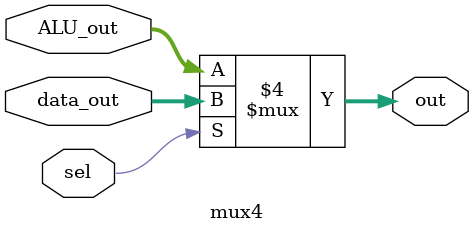
<source format=v>
`timescale 1ns / 1ps


module mux4(ALU_out,data_out,sel,out);
input[31:0] ALU_out,data_out;
input sel;
 output reg[31:0] out;
always@(*)
begin
if(sel==0)
out=ALU_out;
else
out=data_out;
end

endmodule

</source>
